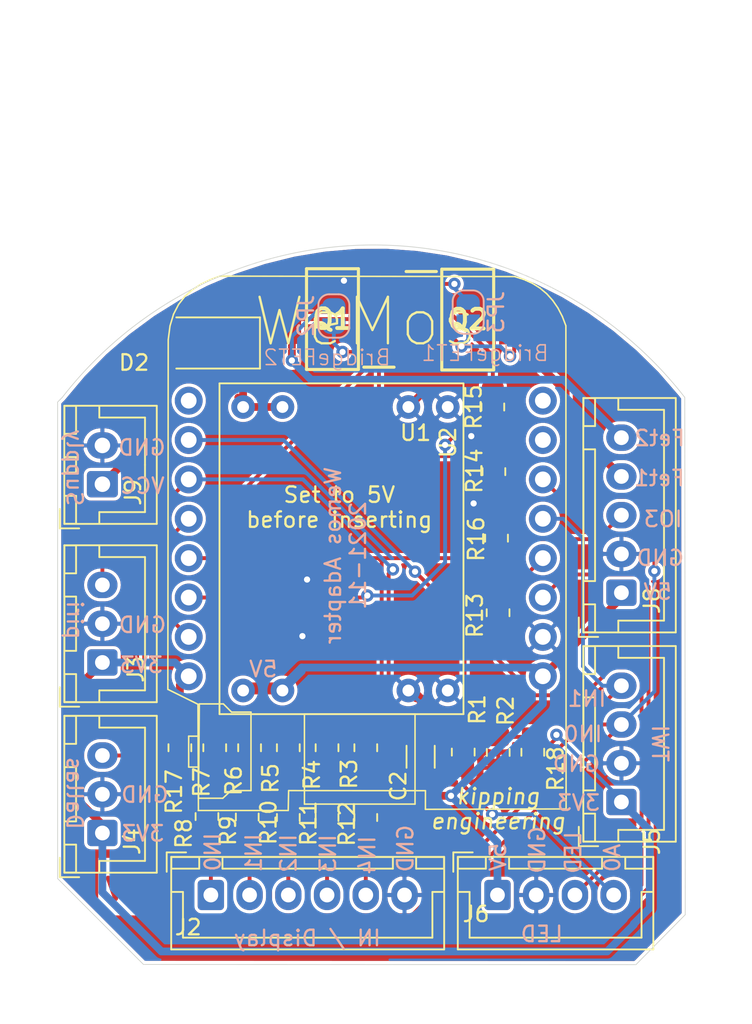
<source format=kicad_pcb>
(kicad_pcb (version 20171130) (host pcbnew "(5.1.9)-1")
  (layers (0 F.Cu signal) (31 B.Cu signal) (34 B.Paste user) (35 F.Paste user) (36 B.SilkS user) (37 F.SilkS user) (38 B.Mask user) (39 F.Mask user) (44 Edge.Cuts user))
  (net 0 "")
  (net 1 GND)
  (net 2 A0)
  (net 3 +5V)
  (net 4 +3V3)
  (net 5 "Net-(J2-Pad5)")
  (net 6 "Net-(J2-Pad4)")
  (net 7 "Net-(J2-Pad3)")
  (net 8 "Net-(J2-Pad2)")
  (net 9 "Net-(J2-Pad1)")
  (net 10 IN_4)
  (net 11 DALLAS)
  (net 12 IN_1)
  (net 13 IN_0)
  (net 14 "Net-(J6-Pad3)")
  (net 15 IN_2)
  (net 16 "Net-(J8-Pad5)")
  (net 17 "Net-(J8-Pad4)")
  (net 18 IN_3)
  (net 19 FET_2)
  (net 20 FET_1)
  (net 21 LED)
  (net 22 "Net-(U1-Pad8)")
  (net 23 "Net-(U1-Pad7)")
  (net 24 "Net-(U1-Pad9)")
  (net 25 "Net-(D2-Pad2)")
  (net 26 "Net-(D2-Pad1)")
  (net 27 "Net-(J6-Pad4)")
  (module Resistor_SMD:R_0805_2012Metric_Pad1.20x1.40mm_HandSolder (layer F.Cu) (at 110.28 107.29 270)
    (fp_text reference R18 (at 1.07 -1.47 90) (layer F.SilkS))
    (fp_text value 4k7)
    (pad 2 smd roundrect (at 1 0 270) (size 1.2 1.4) (layers F.Cu F.Paste F.Mask) (roundrect_rratio 0.208333) (net 4 +3V3))
    (pad 1 smd roundrect (at -1 0 270) (size 1.2 1.4) (layers F.Cu F.Paste F.Mask) (roundrect_rratio 0.208333) (net 2 A0))
  )
  (module MyMouser:SOT230P700X180-4N (layer F.Cu) (at 106.08 79.38)
    (fp_text reference Q2 (at 0 0) (layer F.SilkS) (effects (font (size 1.27 1.27) (thickness 0.254))))
    (fp_text value BUK7880-55A_CUX hide)
    (pad 4 smd rect (at 3 0) (size 1.95 3.2) (layers F.Cu F.Paste F.Mask) (net 17 "Net-(J8-Pad4)"))
    (pad 3 smd rect (at -3 2.3 90) (size 0.9 1.95) (layers F.Cu F.Paste F.Mask) (net 1 GND))
    (pad 2 smd rect (at -3 0 90) (size 0.9 1.95) (layers F.Cu F.Paste F.Mask) (net 17 "Net-(J8-Pad4)"))
    (pad 1 smd rect (at -3 -2.3 90) (size 0.9 1.95) (layers F.Cu F.Paste F.Mask) (net 20 FET_1))
  )
  (module MyMouser:SOT230P700X180-4N (layer F.Cu) (at 97.35 79.35 180)
    (fp_text reference Q1 (at 0 0) (layer F.SilkS) (effects (font (size 1.27 1.27) (thickness 0.254))))
    (fp_text value BUK7880-55A_CUX hide)
    (pad 4 smd rect (at 3 0 180) (size 1.95 3.2) (layers F.Cu F.Paste F.Mask) (net 16 "Net-(J8-Pad5)"))
    (pad 3 smd rect (at -3 2.3 270) (size 0.9 1.95) (layers F.Cu F.Paste F.Mask) (net 1 GND))
    (pad 2 smd rect (at -3 0 270) (size 0.9 1.95) (layers F.Cu F.Paste F.Mask) (net 16 "Net-(J8-Pad5)"))
    (pad 1 smd rect (at -3 -2.3 270) (size 0.9 1.95) (layers F.Cu F.Paste F.Mask) (net 19 FET_2))
  )
  (module Connector_JST:JST_XH_B4B-XH-A_1x04_P2.50mm_Vertical (layer F.Cu) (at 108 116.5)
    (fp_text reference J6 (at -1.38 1.23) (layer F.SilkS))
    (fp_text value LED)
    (pad 4 thru_hole oval (at 7.5 0) (size 1.7 1.95) (drill 0.95) (layers *.Cu *.Mask) (net 27 "Net-(J6-Pad4)"))
    (pad 3 thru_hole oval (at 5 0) (size 1.7 1.95) (drill 0.95) (layers *.Cu *.Mask) (net 14 "Net-(J6-Pad3)"))
    (pad 2 thru_hole oval (at 2.5 0) (size 1.7 1.95) (drill 0.95) (layers *.Cu *.Mask) (net 1 GND))
    (pad 1 thru_hole roundrect (at 0 0) (size 1.7 1.95) (drill 0.95) (layers *.Cu *.Mask) (roundrect_rratio 0.147059) (net 3 +5V))
  )
  (module Resistor_SMD:R_0805_2012Metric_Pad1.20x1.40mm_HandSolder (layer F.Cu) (at 108.05 107.3 270)
    (fp_text reference R2 (at -2.68 -0.48 90) (layer F.SilkS))
    (fp_text value 4k7)
    (pad 2 smd roundrect (at 1 0 270) (size 1.2 1.4) (layers F.Cu F.Paste F.Mask) (roundrect_rratio 0.208333) (net 1 GND))
    (pad 1 smd roundrect (at -1 0 270) (size 1.2 1.4) (layers F.Cu F.Paste F.Mask) (roundrect_rratio 0.208333) (net 2 A0))
  )
  (module Resistor_SMD:R_0805_2012Metric_Pad1.20x1.40mm_HandSolder (layer F.Cu) (at 105.79 107.28 90)
    (fp_text reference R1 (at 2.74 0.91 90) (layer F.SilkS))
    (fp_text value 100k)
    (pad 2 smd roundrect (at 1 0 90) (size 1.2 1.4) (layers F.Cu F.Paste F.Mask) (roundrect_rratio 0.208333) (net 2 A0))
    (pad 1 smd roundrect (at -1 0 90) (size 1.2 1.4) (layers F.Cu F.Paste F.Mask) (roundrect_rratio 0.208333) (net 27 "Net-(J6-Pad4)"))
  )
  (module Jumper:SolderJumper-2_P1.3mm_Open_RoundedPad1.0x1.5mm (layer B.Cu) (at 106.11 78.9 90)
    (fp_text reference JP3 (at 0 1.8 -90) (layer B.SilkS) (effects (justify mirror)))
    (fp_text value Jumper_NO_Small)
    (pad 2 smd custom (at 0.65 0 90) (size 1 0.5) (layers B.Cu B.Mask) (net 20 FET_1) (options (clearance outline) (anchor rect)) (primitives (gr_circle (center 0 -0.25) (end 0.5 -0.25) (width 0)) (gr_circle (center 0 0.25) (end 0.5 0.25) (width 0)) (gr_poly (pts (xy 0 0.75) (xy -0.5 0.75) (xy -0.5 -0.75) (xy 0 -0.75)) (width 0))))
    (pad 1 smd custom (at -0.65 0 90) (size 1 0.5) (layers B.Cu B.Mask) (net 17 "Net-(J8-Pad4)") (options (clearance outline) (anchor rect)) (primitives (gr_circle (center 0 -0.25) (end 0.5 -0.25) (width 0)) (gr_circle (center 0 0.25) (end 0.5 0.25) (width 0)) (gr_poly (pts (xy 0 0.75) (xy 0.5 0.75) (xy 0.5 -0.75) (xy 0 -0.75)) (width 0))))
  )
  (module Jumper:SolderJumper-2_P1.3mm_Open_RoundedPad1.0x1.5mm (layer B.Cu) (at 97.44 79.15 270)
    (fp_text reference JP2 (at 0 1.8 270) (layer B.SilkS) (effects (justify mirror)))
    (fp_text value Jumper_NO_Small)
    (pad 2 smd custom (at 0.65 0 270) (size 1 0.5) (layers B.Cu B.Mask) (net 19 FET_2) (options (clearance outline) (anchor rect)) (primitives (gr_circle (center 0 -0.25) (end 0.5 -0.25) (width 0)) (gr_circle (center 0 0.25) (end 0.5 0.25) (width 0)) (gr_poly (pts (xy 0 0.75) (xy -0.5 0.75) (xy -0.5 -0.75) (xy 0 -0.75)) (width 0))))
    (pad 1 smd custom (at -0.65 0 270) (size 1 0.5) (layers B.Cu B.Mask) (net 16 "Net-(J8-Pad5)") (options (clearance outline) (anchor rect)) (primitives (gr_circle (center 0 -0.25) (end 0.5 -0.25) (width 0)) (gr_circle (center 0 0.25) (end 0.5 0.25) (width 0)) (gr_poly (pts (xy 0 0.75) (xy 0.5 0.75) (xy 0.5 -0.75) (xy 0 -0.75)) (width 0))))
  )
  (module my_parts:DCDC_1A_module (layer F.Cu) (at 99.202 93.148 90)
    (fp_text reference U2 (at 5.838 5.608 90) (layer F.SilkS))
    (fp_text value DCDC_1A_Module)
    (pad 3 thru_hole circle (at 8.128 3.048 90) (size 1.524 1.524) (drill 0.762) (layers *.Cu *.Mask) (net 1 GND))
    (pad 3 thru_hole circle (at 8.128 5.588 90) (size 1.524 1.524) (drill 0.762) (layers *.Cu *.Mask) (net 1 GND))
    (pad 3 thru_hole circle (at -10.16 5.588 90) (size 1.524 1.524) (drill 0.762) (layers *.Cu *.Mask) (net 1 GND))
    (pad 2 thru_hole circle (at -10.16 -5.08 90) (size 1.524 1.524) (drill 0.762) (layers *.Cu *.Mask) (net 3 +5V))
    (pad 1 thru_hole circle (at 8.128 -5.08 90) (size 1.524 1.524) (drill 0.762) (layers *.Cu *.Mask) (net 26 "Net-(D2-Pad1)"))
    (pad 3 thru_hole circle (at -10.16 3.048 90) (size 1.524 1.524) (drill 0.762) (layers *.Cu *.Mask) (net 1 GND))
    (pad 2 thru_hole circle (at -10.16 -7.62 90) (size 1.524 1.524) (drill 0.762) (layers *.Cu *.Mask) (net 3 +5V))
    (pad 1 thru_hole circle (at 8.128 -7.62 90) (size 1.524 1.524) (drill 0.762) (layers *.Cu *.Mask) (net 26 "Net-(D2-Pad1)"))
  )
  (module my_parts:D1_mini_board (layer F.Cu) (at 99.5 93.5)
    (fp_text reference U1 (at 3.21 -6.81) (layer F.SilkS))
    (fp_text value WeMos_mini)
    (fp_text user WeMos (at 0 -13.97) (layer F.SilkS) (effects (font (size 3 3))))
    (pad 8 thru_hole circle (at 11.43 -8.89) (size 1.8 1.8) (drill 1.016) (layers *.Cu *.Mask) (net 22 "Net-(U1-Pad8)"))
    (pad 7 thru_hole circle (at 11.43 -6.35) (size 1.8 1.8) (drill 1.016) (layers *.Cu *.Mask) (net 23 "Net-(U1-Pad7)"))
    (pad 6 thru_hole circle (at 11.43 -3.81) (size 1.8 1.8) (drill 1.016) (layers *.Cu *.Mask) (net 13 IN_0))
    (pad 5 thru_hole circle (at 11.43 -1.27) (size 1.8 1.8) (drill 1.016) (layers *.Cu *.Mask) (net 12 IN_1))
    (pad 4 thru_hole circle (at 11.43 1.27) (size 1.8 1.8) (drill 1.016) (layers *.Cu *.Mask) (net 21 LED))
    (pad 3 thru_hole circle (at 11.43 3.81) (size 1.8 1.8) (drill 1.016) (layers *.Cu *.Mask) (net 11 DALLAS))
    (pad 2 thru_hole circle (at 11.43 6.35) (size 1.8 1.8) (drill 1.016) (layers *.Cu *.Mask) (net 1 GND))
    (pad 1 thru_hole circle (at 11.43 8.89) (size 1.8 1.8) (drill 1.016) (layers *.Cu *.Mask) (net 3 +5V))
    (pad 16 thru_hole circle (at -11.43 8.89) (size 1.8 1.8) (drill 1.016) (layers *.Cu *.Mask) (net 4 +3V3))
    (pad 15 thru_hole circle (at -11.43 6.35) (size 1.8 1.8) (drill 1.016) (layers *.Cu *.Mask) (net 19 FET_2))
    (pad 14 thru_hole circle (at -11.43 3.81) (size 1.8 1.8) (drill 1.016) (layers *.Cu *.Mask) (net 20 FET_1))
    (pad 13 thru_hole circle (at -11.43 1.27) (size 1.8 1.8) (drill 1.016) (layers *.Cu *.Mask) (net 18 IN_3))
    (pad 12 thru_hole circle (at -11.43 -1.27) (size 1.8 1.8) (drill 1.016) (layers *.Cu *.Mask) (net 15 IN_2))
    (pad 11 thru_hole circle (at -11.43 -3.81) (size 1.8 1.8) (drill 1.016) (layers *.Cu *.Mask) (net 10 IN_4))
    (pad 10 thru_hole circle (at -11.43 -6.35) (size 1.8 1.8) (drill 1.016) (layers *.Cu *.Mask) (net 2 A0))
    (pad 9 thru_hole circle (at -11.43 -8.89) (size 1.8 1.8) (drill 1.016) (layers *.Cu *.Mask) (net 24 "Net-(U1-Pad9)"))
  )
  (module Resistor_SMD:R_0805_2012Metric_Pad1.20x1.40mm_HandSolder (layer F.Cu) (at 87.5 107 90)
    (fp_text reference R17 (at -2.84 -0.38 90) (layer F.SilkS))
    (fp_text value 4k7)
    (pad 2 smd roundrect (at 1 0 90) (size 1.2 1.4) (layers F.Cu F.Paste F.Mask) (roundrect_rratio 0.208333) (net 4 +3V3))
    (pad 1 smd roundrect (at -1 0 90) (size 1.2 1.4) (layers F.Cu F.Paste F.Mask) (roundrect_rratio 0.208333) (net 11 DALLAS))
  )
  (module Resistor_SMD:R_0805_2012Metric_Pad1.20x1.40mm_HandSolder (layer F.Cu) (at 107.94 93.48 90)
    (fp_text reference R16 (at -0.06 -1.31 90) (layer F.SilkS))
    (fp_text value 100)
    (pad 2 smd roundrect (at 1 0 90) (size 1.2 1.4) (layers F.Cu F.Paste F.Mask) (roundrect_rratio 0.208333) (net 1 GND))
    (pad 1 smd roundrect (at -1 0 90) (size 1.2 1.4) (layers F.Cu F.Paste F.Mask) (roundrect_rratio 0.208333) (net 18 IN_3))
  )
  (module Resistor_SMD:R_0805_2012Metric_Pad1.20x1.40mm_HandSolder (layer F.Cu) (at 107.7 85.02 270)
    (fp_text reference R15 (at 0 1.24 90) (layer F.SilkS))
    (fp_text value 4k7)
    (pad 2 smd roundrect (at 1 0 270) (size 1.2 1.4) (layers F.Cu F.Paste F.Mask) (roundrect_rratio 0.208333) (net 1 GND))
    (pad 1 smd roundrect (at -1 0 270) (size 1.2 1.4) (layers F.Cu F.Paste F.Mask) (roundrect_rratio 0.208333) (net 20 FET_1))
  )
  (module Resistor_SMD:R_0805_2012Metric_Pad1.20x1.40mm_HandSolder (layer F.Cu) (at 107.77 89.19 270)
    (fp_text reference R14 (at -0.04 1.26 90) (layer F.SilkS))
    (fp_text value 4k7)
    (pad 2 smd roundrect (at 1 0 270) (size 1.2 1.4) (layers F.Cu F.Paste F.Mask) (roundrect_rratio 0.208333) (net 1 GND))
    (pad 1 smd roundrect (at -1 0 270) (size 1.2 1.4) (layers F.Cu F.Paste F.Mask) (roundrect_rratio 0.208333) (net 19 FET_2))
  )
  (module Resistor_SMD:R_0805_2012Metric_Pad1.20x1.40mm_HandSolder (layer F.Cu) (at 108.04 98.29 90)
    (fp_text reference R13 (at -0.18 -1.5 90) (layer F.SilkS))
    (fp_text value 100)
    (pad 2 smd roundrect (at 1 0 90) (size 1.2 1.4) (layers F.Cu F.Paste F.Mask) (roundrect_rratio 0.208333) (net 21 LED))
    (pad 1 smd roundrect (at -1 0 90) (size 1.2 1.4) (layers F.Cu F.Paste F.Mask) (roundrect_rratio 0.208333) (net 14 "Net-(J6-Pad3)"))
  )
  (module Resistor_SMD:R_0805_2012Metric_Pad1.20x1.40mm_HandSolder (layer F.Cu) (at 99.5 111.5 90)
    (fp_text reference R12 (at -0.41 -1.22 90) (layer F.SilkS))
    (fp_text value 1k)
    (pad 2 smd roundrect (at 1 0 90) (size 1.2 1.4) (layers F.Cu F.Paste F.Mask) (roundrect_rratio 0.208333) (net 10 IN_4))
    (pad 1 smd roundrect (at -1 0 90) (size 1.2 1.4) (layers F.Cu F.Paste F.Mask) (roundrect_rratio 0.208333) (net 5 "Net-(J2-Pad5)"))
  )
  (module Resistor_SMD:R_0805_2012Metric_Pad1.20x1.40mm_HandSolder (layer F.Cu) (at 97 111.5 90)
    (fp_text reference R11 (at -0.38 -1.2 90) (layer F.SilkS))
    (fp_text value 1k)
    (pad 2 smd roundrect (at 1 0 90) (size 1.2 1.4) (layers F.Cu F.Paste F.Mask) (roundrect_rratio 0.208333) (net 18 IN_3))
    (pad 1 smd roundrect (at -1 0 90) (size 1.2 1.4) (layers F.Cu F.Paste F.Mask) (roundrect_rratio 0.208333) (net 6 "Net-(J2-Pad4)"))
  )
  (module Resistor_SMD:R_0805_2012Metric_Pad1.20x1.40mm_HandSolder (layer F.Cu) (at 94.5 111.5 90)
    (fp_text reference R10 (at -0.32 -1.28 90) (layer F.SilkS))
    (fp_text value 1k)
    (pad 2 smd roundrect (at 1 0 90) (size 1.2 1.4) (layers F.Cu F.Paste F.Mask) (roundrect_rratio 0.208333) (net 15 IN_2))
    (pad 1 smd roundrect (at -1 0 90) (size 1.2 1.4) (layers F.Cu F.Paste F.Mask) (roundrect_rratio 0.208333) (net 7 "Net-(J2-Pad3)"))
  )
  (module Resistor_SMD:R_0805_2012Metric_Pad1.20x1.40mm_HandSolder (layer F.Cu) (at 91.85 111.47 90)
    (fp_text reference R9 (at -0.88 -1.24 90) (layer F.SilkS))
    (fp_text value 1k)
    (pad 2 smd roundrect (at 1 0 90) (size 1.2 1.4) (layers F.Cu F.Paste F.Mask) (roundrect_rratio 0.208333) (net 12 IN_1))
    (pad 1 smd roundrect (at -1 0 90) (size 1.2 1.4) (layers F.Cu F.Paste F.Mask) (roundrect_rratio 0.208333) (net 8 "Net-(J2-Pad2)"))
  )
  (module Resistor_SMD:R_0805_2012Metric_Pad1.20x1.40mm_HandSolder (layer F.Cu) (at 89.25 111.44 90)
    (fp_text reference R8 (at -1.09 -1.5 90) (layer F.SilkS))
    (fp_text value 1k)
    (pad 2 smd roundrect (at 1 0 90) (size 1.2 1.4) (layers F.Cu F.Paste F.Mask) (roundrect_rratio 0.208333) (net 13 IN_0))
    (pad 1 smd roundrect (at -1 0 90) (size 1.2 1.4) (layers F.Cu F.Paste F.Mask) (roundrect_rratio 0.208333) (net 9 "Net-(J2-Pad1)"))
  )
  (module Resistor_SMD:R_0805_2012Metric_Pad1.20x1.40mm_HandSolder (layer F.Cu) (at 89.75 107 270)
    (fp_text reference R7 (at 2.225 0.85 90) (layer F.SilkS))
    (fp_text value 4k7)
    (pad 2 smd roundrect (at 1 0 270) (size 1.2 1.4) (layers F.Cu F.Paste F.Mask) (roundrect_rratio 0.208333) (net 9 "Net-(J2-Pad1)"))
    (pad 1 smd roundrect (at -1 0 270) (size 1.2 1.4) (layers F.Cu F.Paste F.Mask) (roundrect_rratio 0.208333) (net 4 +3V3))
  )
  (module Resistor_SMD:R_0805_2012Metric_Pad1.20x1.40mm_HandSolder (layer F.Cu) (at 92 107 270)
    (fp_text reference R6 (at 2.125 1.025 90) (layer F.SilkS))
    (fp_text value 4k7)
    (pad 2 smd roundrect (at 1 0 270) (size 1.2 1.4) (layers F.Cu F.Paste F.Mask) (roundrect_rratio 0.208333) (net 8 "Net-(J2-Pad2)"))
    (pad 1 smd roundrect (at -1 0 270) (size 1.2 1.4) (layers F.Cu F.Paste F.Mask) (roundrect_rratio 0.208333) (net 4 +3V3))
  )
  (module Resistor_SMD:R_0805_2012Metric_Pad1.20x1.40mm_HandSolder (layer F.Cu) (at 94.5 107 270)
    (fp_text reference R5 (at 1.975 1.15 90) (layer F.SilkS))
    (fp_text value 4k7)
    (pad 2 smd roundrect (at 1 0 270) (size 1.2 1.4) (layers F.Cu F.Paste F.Mask) (roundrect_rratio 0.208333) (net 7 "Net-(J2-Pad3)"))
    (pad 1 smd roundrect (at -1 0 270) (size 1.2 1.4) (layers F.Cu F.Paste F.Mask) (roundrect_rratio 0.208333) (net 4 +3V3))
  )
  (module Resistor_SMD:R_0805_2012Metric_Pad1.20x1.40mm_HandSolder (layer F.Cu) (at 97 107 270)
    (fp_text reference R4 (at 1.75 0.975 90) (layer F.SilkS))
    (fp_text value 4k7)
    (pad 2 smd roundrect (at 1 0 270) (size 1.2 1.4) (layers F.Cu F.Paste F.Mask) (roundrect_rratio 0.208333) (net 6 "Net-(J2-Pad4)"))
    (pad 1 smd roundrect (at -1 0 270) (size 1.2 1.4) (layers F.Cu F.Paste F.Mask) (roundrect_rratio 0.208333) (net 4 +3V3))
  )
  (module Resistor_SMD:R_0805_2012Metric_Pad1.20x1.40mm_HandSolder (layer F.Cu) (at 99.5 107 270)
    (fp_text reference R3 (at 1.7 1.075 90) (layer F.SilkS))
    (fp_text value 4k7)
    (pad 2 smd roundrect (at 1 0 270) (size 1.2 1.4) (layers F.Cu F.Paste F.Mask) (roundrect_rratio 0.208333) (net 5 "Net-(J2-Pad5)"))
    (pad 1 smd roundrect (at -1 0 270) (size 1.2 1.4) (layers F.Cu F.Paste F.Mask) (roundrect_rratio 0.208333) (net 4 +3V3))
  )
  (module Connector_JST:JST_XH_B2B-XH-A_1x02_P2.50mm_Vertical (layer F.Cu) (at 82.5 90 90)
    (fp_text reference J9 (at -0.52 1.98 90) (layer F.SilkS))
    (fp_text value POWER)
    (pad 2 thru_hole oval (at 2.5 0 90) (size 1.7 2) (drill 1) (layers *.Cu *.Mask) (net 1 GND))
    (pad 1 thru_hole roundrect (at 0 0 90) (size 1.7 2) (drill 1) (layers *.Cu *.Mask) (roundrect_rratio 0.147059) (net 25 "Net-(D2-Pad2)"))
  )
  (module Connector_JST:JST_XH_B5B-XH-A_1x05_P2.50mm_Vertical (layer F.Cu) (at 116 97 90)
    (fp_text reference J8 (at -0.51 1.97 90) (layer F.SilkS))
    (fp_text value OUT_FET)
    (pad 5 thru_hole oval (at 10 0 90) (size 1.7 1.95) (drill 0.95) (layers *.Cu *.Mask) (net 16 "Net-(J8-Pad5)"))
    (pad 4 thru_hole oval (at 7.5 0 90) (size 1.7 1.95) (drill 0.95) (layers *.Cu *.Mask) (net 17 "Net-(J8-Pad4)"))
    (pad 3 thru_hole oval (at 5 0 90) (size 1.7 1.95) (drill 0.95) (layers *.Cu *.Mask) (net 18 IN_3))
    (pad 2 thru_hole oval (at 2.5 0 90) (size 1.7 1.95) (drill 0.95) (layers *.Cu *.Mask) (net 1 GND))
    (pad 1 thru_hole roundrect (at 0 0 90) (size 1.7 1.95) (drill 0.95) (layers *.Cu *.Mask) (roundrect_rratio 0.147059) (net 3 +5V))
  )
  (module Connector_JST:JST_XH_B4B-XH-A_1x04_P2.50mm_Vertical (layer F.Cu) (at 116 110.5 90)
    (fp_text reference J5 (at -2.56 1.97 90) (layer F.SilkS))
    (fp_text value TWI)
    (pad 4 thru_hole oval (at 7.5 0 90) (size 1.7 1.95) (drill 0.95) (layers *.Cu *.Mask) (net 12 IN_1))
    (pad 3 thru_hole oval (at 5 0 90) (size 1.7 1.95) (drill 0.95) (layers *.Cu *.Mask) (net 13 IN_0))
    (pad 2 thru_hole oval (at 2.5 0 90) (size 1.7 1.95) (drill 0.95) (layers *.Cu *.Mask) (net 1 GND))
    (pad 1 thru_hole roundrect (at 0 0 90) (size 1.7 1.95) (drill 0.95) (layers *.Cu *.Mask) (roundrect_rratio 0.147059) (net 4 +3V3))
  )
  (module Connector_JST:JST_XH_B3B-XH-A_1x03_P2.50mm_Vertical (layer F.Cu) (at 82.5 112.5 90)
    (fp_text reference J4 (at -0.55 1.92 90) (layer F.SilkS))
    (fp_text value Dallas)
    (pad 3 thru_hole oval (at 5 0 90) (size 1.7 1.95) (drill 0.95) (layers *.Cu *.Mask) (net 11 DALLAS))
    (pad 2 thru_hole oval (at 2.5 0 90) (size 1.7 1.95) (drill 0.95) (layers *.Cu *.Mask) (net 1 GND))
    (pad 1 thru_hole roundrect (at 0 0 90) (size 1.7 1.95) (drill 0.95) (layers *.Cu *.Mask) (roundrect_rratio 0.147059) (net 4 +3V3))
  )
  (module Connector_JST:JST_XH_B3B-XH-A_1x03_P2.50mm_Vertical (layer F.Cu) (at 82.5 101.5 90)
    (fp_text reference J3 (at -0.44 2.15 90) (layer F.SilkS))
    (fp_text value IN4_PIRI)
    (pad 3 thru_hole oval (at 5 0 90) (size 1.7 1.95) (drill 0.95) (layers *.Cu *.Mask) (net 10 IN_4))
    (pad 2 thru_hole oval (at 2.5 0 90) (size 1.7 1.95) (drill 0.95) (layers *.Cu *.Mask) (net 1 GND))
    (pad 1 thru_hole roundrect (at 0 0 90) (size 1.7 1.95) (drill 0.95) (layers *.Cu *.Mask) (roundrect_rratio 0.147059) (net 4 +3V3))
  )
  (module Connector_JST:JST_XH_B6B-XH-A_1x06_P2.50mm_Vertical (layer F.Cu) (at 89.5 116.5)
    (fp_text reference J2 (at -1.46 2.08) (layer F.SilkS))
    (fp_text value IN_0-4)
    (pad 6 thru_hole oval (at 12.5 0) (size 1.7 1.95) (drill 0.95) (layers *.Cu *.Mask) (net 1 GND))
    (pad 5 thru_hole oval (at 10 0) (size 1.7 1.95) (drill 0.95) (layers *.Cu *.Mask) (net 5 "Net-(J2-Pad5)"))
    (pad 4 thru_hole oval (at 7.5 0) (size 1.7 1.95) (drill 0.95) (layers *.Cu *.Mask) (net 6 "Net-(J2-Pad4)"))
    (pad 3 thru_hole oval (at 5 0) (size 1.7 1.95) (drill 0.95) (layers *.Cu *.Mask) (net 7 "Net-(J2-Pad3)"))
    (pad 2 thru_hole oval (at 2.5 0) (size 1.7 1.95) (drill 0.95) (layers *.Cu *.Mask) (net 8 "Net-(J2-Pad2)"))
    (pad 1 thru_hole roundrect (at 0 0) (size 1.7 1.95) (drill 0.95) (layers *.Cu *.Mask) (roundrect_rratio 0.147059) (net 9 "Net-(J2-Pad1)"))
  )
  (module Diode_SMD:D_SMA (layer F.Cu) (at 89.27 80.89 180)
    (fp_text reference D2 (at 4.73 -1.27) (layer F.SilkS))
    (fp_text value US1G)
    (pad 2 smd rect (at 2 0 180) (size 2.5 1.8) (layers F.Cu F.Paste F.Mask) (net 25 "Net-(D2-Pad2)"))
    (pad 1 smd rect (at -2 0 180) (size 2.5 1.8) (layers F.Cu F.Paste F.Mask) (net 26 "Net-(D2-Pad1)"))
  )
  (module Capacitor_SMD:C_1206_3216Metric_Pad1.33x1.80mm_HandSolder (layer F.Cu) (at 103.04 107.5825 90)
    (fp_text reference C2 (at -1.8925 -1.44 90) (layer F.SilkS))
    (fp_text value 1µ)
    (pad 2 smd roundrect (at 1.5625 0 90) (size 1.325 1.8) (layers F.Cu F.Paste F.Mask) (roundrect_rratio 0.188679) (net 1 GND))
    (pad 1 smd roundrect (at -1.5625 0 90) (size 1.325 1.8) (layers F.Cu F.Paste F.Mask) (roundrect_rratio 0.188679) (net 3 +5V))
  )
  (gr_text BridgeFET1 (at 107.2 81.55) (layer B.SilkS) (effects (font (size 1 1) (thickness 0.1)) (justify mirror)))
  (gr_text BridgeFET2 (at 97 81.825) (layer B.SilkS) (effects (font (size 1 1) (thickness 0.1)) (justify mirror)))
  (gr_text A0 (at 115.41 114.11 90) (layer B.SilkS) (effects (font (size 1 1)) (justify mirror)))
  (gr_text LED (at 112.89 113.77 90) (layer B.SilkS) (effects (font (size 1 1)) (justify mirror)))
  (gr_line (start 120.12 115.98) (end 120.12 117.77) (layer Edge.Cuts) (width 0.05))
  (gr_line (start 116.94 120.99) (end 120.12 117.77) (layer Edge.Cuts) (width 0.05))
  (gr_text "Wemos Adapter\n2021-11" (at 98.19 94.6 90) (layer B.SilkS) (effects (font (size 1 1)) (justify mirror)))
  (gr_text "Set to 5V\nbefore inserting" (at 97.79 91.49) (layer F.SilkS) (effects (font (size 1 1))))
  (gr_text " IN0" (at 89.63 113.35 90) (layer B.SilkS) (effects (font (size 1 1)) (justify mirror)))
  (gr_text " IN1" (at 92.27 113.4 90) (layer B.SilkS) (effects (font (size 1 1)) (justify mirror)))
  (gr_text " IN2" (at 94.51 113.43 90) (layer B.SilkS) (effects (font (size 1 1)) (justify mirror)))
  (gr_text " IN3" (at 97.06 113.45 90) (layer B.SilkS) (effects (font (size 1 1)) (justify mirror)))
  (gr_text " IN4" (at 99.6 113.55 90) (layer B.SilkS) (effects (font (size 1 1)) (justify mirror)))
  (gr_text v2 (at 84.3 115.825) (layer F.Cu) (effects (font (size 2 2) (thickness 0.3))))
  (gr_text "kipping\nengineering" (at 108.06 110.94) (layer F.SilkS) (effects (font (size 1 1) (thickness 0.15) italic)))
  (gr_text IN1 (at 113.77 103.84) (layer B.SilkS) (effects (font (size 1 1)) (justify mirror)))
  (gr_text IO3 (at 118.69 92.25) (layer B.SilkS) (effects (font (size 1 1)) (justify mirror)))
  (gr_text Fet2 (at 118.47 87.03) (layer B.SilkS) (effects (font (size 1 1)) (justify mirror)))
  (gr_text Fet1 (at 118.45 89.61) (layer B.SilkS) (effects (font (size 1 1)) (justify mirror)))
  (gr_text 3V3 (at 85.01 101.66) (layer B.SilkS) (effects (font (size 1 1)) (justify mirror)))
  (gr_text 3V3 (at 85.1 112.53) (layer B.SilkS) (effects (font (size 1 1)) (justify mirror)))
  (gr_text 3V3 (at 113.23 110.55) (layer B.SilkS) (effects (font (size 1 1)) (justify mirror)))
  (gr_text TWI (at 118.49 106.72 -90) (layer B.SilkS) (effects (font (size 1 1)) (justify mirror)))
  (gr_text LED (at 110.86 119.02) (layer B.SilkS) (effects (font (size 1 1)) (justify mirror)))
  (gr_text "IN / Display" (at 95.72 119.28) (layer B.SilkS) (effects (font (size 1 1)) (justify mirror)))
  (gr_text Dallas (at 80.7 109.93 -90) (layer B.SilkS) (effects (font (size 1 1)) (justify mirror)))
  (gr_text piri (at 80.72 98.76 -90) (layer B.SilkS) (effects (font (size 1 1)) (justify mirror)))
  (gr_text Supply (at 80.7 88.93 270) (layer B.SilkS) (effects (font (size 1 1)) (justify mirror)))
  (gr_text VCC (at 85.08 90.11) (layer B.SilkS) (effects (font (size 1 1)) (justify mirror)))
  (gr_text GND (at 113.1 108.04) (layer B.SilkS) (effects (font (size 1 1)) (justify mirror)))
  (gr_text GND (at 118.51 94.76) (layer B.SilkS) (effects (font (size 1 1)) (justify mirror)))
  (gr_text GND (at 85.05 87.64) (layer B.SilkS) (effects (font (size 1 1)) (justify mirror)))
  (gr_text GND (at 85.09 99.08) (layer B.SilkS) (effects (font (size 1 1)) (justify mirror)))
  (gr_text GND (at 85.24 110.03) (layer B.SilkS) (effects (font (size 1 1)) (justify mirror)))
  (gr_text GND (at 102.06 113.5 90) (layer B.SilkS) (effects (font (size 1 1)) (justify mirror)))
  (gr_text GND (at 110.57 113.59 90) (layer B.SilkS) (effects (font (size 1 1)) (justify mirror)))
  (gr_text IN0 (at 113.52 106.12) (layer B.SilkS) (effects (font (size 1 1)) (justify mirror)))
  (gr_text 5V (at 108.04 114.05 90) (layer B.SilkS) (effects (font (size 1 1)) (justify mirror)))
  (gr_text 5V (at 92.88 101.93) (layer B.SilkS) (effects (font (size 1 1)) (justify mirror)))
  (gr_text 5V (at 118.34 96.94) (layer B.SilkS) (effects (font (size 1 1)) (justify mirror)))
  (gr_line (start 85.15 120.98) (end 116.94 120.99) (layer Edge.Cuts) (width 0.05))
  (gr_line (start 79.61 115.44) (end 85.15 120.98) (layer Edge.Cuts) (width 0.05))
  (gr_line (start 79.61 84.7) (end 79.61 115.44) (layer Edge.Cuts) (width 0.05))
  (gr_line (start 79.905018 84.406416) (end 79.61 84.7) (layer Edge.Cuts) (width 0.05))
  (gr_arc (start 100 100.01) (end 120.089999 84.400001) (angle -104.323632) (layer Edge.Cuts) (width 0.05))
  (gr_line (start 120.089999 84.400001) (end 120.12 115.98) (layer Edge.Cuts) (width 0.05))
  (segment (start 103.04 103.8) (end 102.28 103.04) (width 0.5) (layer F.Cu) (net 1))
  (segment (start 103.04 106.02) (end 103.04 103.8) (width 0.5) (layer F.Cu) (net 1))
  (via (at 98.09 76.87) (size 0.8) (drill 0.4) (layers F.Cu B.Cu) (net 1))
  (segment (start 98.27 77.05) (end 98.09 76.87) (width 0.5) (layer F.Cu) (net 1))
  (segment (start 100.35 77.05) (end 98.27 77.05) (width 0.5) (layer F.Cu) (net 1))
  (segment (start 102.742 103.8) (end 102.25 103.308) (width 0.5) (layer F.Cu) (net 1))
  (segment (start 103.04 103.8) (end 102.742 103.8) (width 0.5) (layer F.Cu) (net 1))
  (via (at 106.31 86.9) (size 0.8) (drill 0.4) (layers F.Cu B.Cu) (net 1))
  (segment (start 107.19 86.02) (end 106.31 86.9) (width 0.25) (layer F.Cu) (net 1))
  (segment (start 107.7 86.02) (end 107.19 86.02) (width 0.25) (layer F.Cu) (net 1))
  (segment (start 107.77 92.31) (end 107.94 92.48) (width 0.25) (layer F.Cu) (net 1))
  (segment (start 107.77 90.19) (end 107.77 92.31) (width 0.25) (layer F.Cu) (net 1))
  (via (at 106.46 91.24) (size 0.8) (drill 0.4) (layers F.Cu B.Cu) (net 1))
  (segment (start 107.51 90.19) (end 106.46 91.24) (width 0.25) (layer F.Cu) (net 1))
  (segment (start 107.77 90.19) (end 107.51 90.19) (width 0.25) (layer F.Cu) (net 1))
  (segment (start 103.08 84.19) (end 102.25 85.02) (width 0.5) (layer F.Cu) (net 1))
  (segment (start 103.08 81.68) (end 103.08 84.19) (width 0.5) (layer F.Cu) (net 1))
  (via (at 95.41 99.8) (size 0.8) (drill 0.4) (layers F.Cu B.Cu) (net 1))
  (via (at 95.71 96.15) (size 0.8) (drill 0.4) (layers F.Cu B.Cu) (net 1))
  (segment (start 105.877001 98.837001) (end 102.68 95.64) (width 0.25) (layer F.Cu) (net 2))
  (segment (start 105.877001 106.192999) (end 105.877001 98.837001) (width 0.25) (layer F.Cu) (net 2))
  (via (at 102.68 95.64) (size 0.8) (drill 0.4) (layers F.Cu B.Cu) (net 2))
  (segment (start 105.79 106.28) (end 105.877001 106.192999) (width 0.25) (layer F.Cu) (net 2))
  (segment (start 94.19 87.15) (end 88.07 87.15) (width 0.25) (layer B.Cu) (net 2))
  (segment (start 102.68 95.64) (end 94.19 87.15) (width 0.25) (layer B.Cu) (net 2))
  (segment (start 108.57 106.28) (end 108.6 106.25) (width 0.25) (layer F.Cu) (net 2))
  (segment (start 108.03 106.28) (end 108.05 106.3) (width 0.25) (layer F.Cu) (net 2))
  (segment (start 105.79 106.28) (end 108.03 106.28) (width 0.25) (layer F.Cu) (net 2))
  (segment (start 110.27 106.3) (end 110.28 106.29) (width 0.25) (layer F.Cu) (net 2))
  (segment (start 108.05 106.3) (end 110.27 106.3) (width 0.25) (layer F.Cu) (net 2))
  (segment (start 91.612 103.04) (end 94.152 103.04) (width 0.5) (layer F.Cu) (net 3))
  (segment (start 116 97.32) (end 116 97) (width 0.5) (layer F.Cu) (net 3))
  (segment (start 110.93 102.39) (end 116 97.32) (width 0.5) (layer F.Cu) (net 3))
  (segment (start 110.367999 101.827999) (end 110.93 102.39) (width 0.5) (layer B.Cu) (net 3))
  (segment (start 95.364001 101.827999) (end 110.367999 101.827999) (width 0.5) (layer B.Cu) (net 3))
  (segment (start 94.152 103.04) (end 95.364001 101.827999) (width 0.5) (layer B.Cu) (net 3))
  (segment (start 91.582 103.308) (end 94.122 103.308) (width 0.5) (layer F.Cu) (net 3))
  (segment (start 95.364001 102.065999) (end 94.122 103.308) (width 0.5) (layer B.Cu) (net 3))
  (segment (start 95.364001 101.827999) (end 95.364001 102.065999) (width 0.5) (layer B.Cu) (net 3))
  (via (at 105 110.1) (size 0.8) (drill 0.4) (layers F.Cu B.Cu) (net 3))
  (segment (start 110.93 104.17) (end 105 110.1) (width 0.5) (layer B.Cu) (net 3))
  (segment (start 110.93 102.39) (end 110.93 104.17) (width 0.5) (layer B.Cu) (net 3))
  (segment (start 103.995 110.1) (end 103.04 109.145) (width 0.5) (layer F.Cu) (net 3))
  (segment (start 105 110.1) (end 103.995 110.1) (width 0.5) (layer F.Cu) (net 3))
  (segment (start 108 113.1) (end 105 110.1) (width 0.5) (layer B.Cu) (net 3))
  (segment (start 108 116.5) (end 108 113.1) (width 0.5) (layer B.Cu) (net 3))
  (segment (start 87.5 106) (end 89.75 106) (width 0.25) (layer F.Cu) (net 4))
  (segment (start 89.75 106) (end 92 106) (width 0.25) (layer F.Cu) (net 4))
  (segment (start 92 106) (end 94.5 106) (width 0.25) (layer F.Cu) (net 4))
  (segment (start 94.5 106) (end 97 106) (width 0.25) (layer F.Cu) (net 4))
  (segment (start 97 106) (end 99.5 106) (width 0.25) (layer F.Cu) (net 4))
  (segment (start 87.18 101.5) (end 88.07 102.39) (width 0.5) (layer B.Cu) (net 4))
  (segment (start 82.5 101.5) (end 87.18 101.5) (width 0.5) (layer B.Cu) (net 4))
  (segment (start 87.5 102.96) (end 88.07 102.39) (width 0.5) (layer F.Cu) (net 4))
  (segment (start 87.5 106) (end 87.5 102.96) (width 0.5) (layer F.Cu) (net 4))
  (segment (start 81.07499 110.538481) (end 81.07499 102.92501) (width 0.5) (layer F.Cu) (net 4))
  (segment (start 82.5 111.963491) (end 81.07499 110.538481) (width 0.5) (layer F.Cu) (net 4))
  (segment (start 81.07499 102.92501) (end 82.5 101.5) (width 0.5) (layer F.Cu) (net 4))
  (segment (start 82.5 112.5) (end 82.5 111.963491) (width 0.5) (layer F.Cu) (net 4))
  (segment (start 117.83 112.33) (end 116 110.5) (width 0.5) (layer B.Cu) (net 4))
  (segment (start 117.83 117.33) (end 117.83 112.33) (width 0.5) (layer B.Cu) (net 4))
  (segment (start 116.80001 118.41999) (end 116.80001 118.35999) (width 0.5) (layer B.Cu) (net 4))
  (segment (start 86.31 120.14) (end 115.08 120.14) (width 0.5) (layer B.Cu) (net 4))
  (segment (start 116.80001 118.35999) (end 117.83 117.33) (width 0.5) (layer B.Cu) (net 4))
  (segment (start 82.5 116.33) (end 86.31 120.14) (width 0.5) (layer B.Cu) (net 4))
  (segment (start 115.08 120.14) (end 116.80001 118.41999) (width 0.5) (layer B.Cu) (net 4))
  (segment (start 82.5 112.5) (end 82.5 116.33) (width 0.5) (layer B.Cu) (net 4))
  (segment (start 111.807347 106.375843) (end 111.807347 106.167347) (width 0.25) (layer F.Cu) (net 4))
  (via (at 111.807347 106.167347) (size 0.8) (drill 0.4) (layers F.Cu B.Cu) (net 4))
  (segment (start 110.28 107.90319) (end 111.807347 106.375843) (width 0.25) (layer F.Cu) (net 4))
  (segment (start 110.28 108.29) (end 110.28 107.90319) (width 0.25) (layer F.Cu) (net 4))
  (segment (start 116 110.36) (end 116 110.5) (width 0.25) (layer B.Cu) (net 4))
  (segment (start 111.807347 106.167347) (end 116 110.36) (width 0.25) (layer B.Cu) (net 4))
  (segment (start 99.5 112.5) (end 99.5 116.5) (width 0.25) (layer F.Cu) (net 5))
  (segment (start 98.47499 111.47499) (end 99.5 112.5) (width 0.25) (layer F.Cu) (net 5))
  (segment (start 98.47499 109.02501) (end 98.47499 111.47499) (width 0.25) (layer F.Cu) (net 5))
  (segment (start 99.5 108) (end 98.47499 109.02501) (width 0.25) (layer F.Cu) (net 5))
  (segment (start 97 112.5) (end 97 116.5) (width 0.25) (layer F.Cu) (net 6))
  (segment (start 95.97499 111.47499) (end 97 112.5) (width 0.25) (layer F.Cu) (net 6))
  (segment (start 95.97499 109.02501) (end 95.97499 111.47499) (width 0.25) (layer F.Cu) (net 6))
  (segment (start 97 108) (end 95.97499 109.02501) (width 0.25) (layer F.Cu) (net 6))
  (segment (start 94.5 112.5) (end 94.5 116.5) (width 0.25) (layer F.Cu) (net 7))
  (segment (start 93.47499 111.47499) (end 94.5 112.5) (width 0.25) (layer F.Cu) (net 7))
  (segment (start 93.47499 109.02501) (end 93.47499 111.47499) (width 0.25) (layer F.Cu) (net 7))
  (segment (start 94.5 108) (end 93.47499 109.02501) (width 0.25) (layer F.Cu) (net 7))
  (segment (start 92 108) (end 90.97499 109.02501) (width 0.25) (layer F.Cu) (net 8))
  (segment (start 90.72502 109.24498) (end 90.72502 111.78498) (width 0.25) (layer F.Cu) (net 8))
  (segment (start 90.94499 109.02501) (end 90.72502 109.24498) (width 0.25) (layer F.Cu) (net 8))
  (segment (start 90.97499 109.02501) (end 90.94499 109.02501) (width 0.25) (layer F.Cu) (net 8))
  (segment (start 91.16498 111.78498) (end 91.85 112.47) (width 0.25) (layer F.Cu) (net 8))
  (segment (start 90.72502 111.78498) (end 91.16498 111.78498) (width 0.25) (layer F.Cu) (net 8))
  (segment (start 91.85 113.05) (end 92 113.2) (width 0.25) (layer F.Cu) (net 8))
  (segment (start 91.85 112.47) (end 91.85 113.05) (width 0.25) (layer F.Cu) (net 8))
  (segment (start 92 113.2) (end 92 116.5) (width 0.25) (layer F.Cu) (net 8))
  (segment (start 92 112.5) (end 92 113.2) (width 0.25) (layer F.Cu) (net 8))
  (segment (start 89.5 112.69) (end 89.25 112.44) (width 0.25) (layer F.Cu) (net 9))
  (segment (start 89.5 116.5) (end 89.5 112.69) (width 0.25) (layer F.Cu) (net 9))
  (segment (start 90.27501 108.52501) (end 89.75 108) (width 0.25) (layer F.Cu) (net 9))
  (segment (start 90.27501 111.41499) (end 90.27501 108.52501) (width 0.25) (layer F.Cu) (net 9))
  (segment (start 89.25 112.44) (end 90.27501 111.41499) (width 0.25) (layer F.Cu) (net 9))
  (segment (start 100.97502 95.76999) (end 101.25001 95.495) (width 0.25) (layer F.Cu) (net 10))
  (via (at 101.25001 95.495) (size 0.8) (drill 0.4) (layers F.Cu B.Cu) (net 10))
  (segment (start 100.97502 109.02498) (end 100.97502 95.76999) (width 0.25) (layer F.Cu) (net 10))
  (segment (start 99.5 110.5) (end 100.97502 109.02498) (width 0.25) (layer F.Cu) (net 10))
  (segment (start 95.44501 89.69) (end 88.07 89.69) (width 0.25) (layer B.Cu) (net 10))
  (segment (start 101.25001 95.495) (end 95.44501 89.69) (width 0.25) (layer B.Cu) (net 10))
  (segment (start 82.5 95.26) (end 82.5 96.5) (width 0.25) (layer F.Cu) (net 10))
  (segment (start 88.07 89.69) (end 82.5 95.26) (width 0.25) (layer F.Cu) (net 10))
  (segment (start 87 107.5) (end 87.5 108) (width 0.25) (layer F.Cu) (net 11))
  (segment (start 82.5 107.5) (end 87 107.5) (width 0.25) (layer F.Cu) (net 11))
  (segment (start 112.41501 95.82499) (end 110.93 97.31) (width 0.25) (layer F.Cu) (net 11))
  (segment (start 117.750019 96.611829) (end 116.96318 95.82499) (width 0.25) (layer F.Cu) (net 11))
  (segment (start 116.96318 95.82499) (end 112.41501 95.82499) (width 0.25) (layer F.Cu) (net 11))
  (segment (start 115.086685 118.70003) (end 117.750019 116.036696) (width 0.25) (layer F.Cu) (net 11))
  (segment (start 88.92543 118.70003) (end 115.086685 118.70003) (width 0.25) (layer F.Cu) (net 11))
  (segment (start 117.750019 116.036696) (end 117.750019 96.611829) (width 0.25) (layer F.Cu) (net 11))
  (segment (start 87.06999 108.43001) (end 87.06999 116.84459) (width 0.25) (layer F.Cu) (net 11))
  (segment (start 87.06999 116.84459) (end 88.92543 118.70003) (width 0.25) (layer F.Cu) (net 11))
  (segment (start 87.5 108) (end 87.06999 108.43001) (width 0.25) (layer F.Cu) (net 11))
  (segment (start 94.013295 117.80001) (end 102.486705 117.80001) (width 0.25) (layer F.Cu) (net 12))
  (segment (start 93.32499 117.111705) (end 94.013295 117.80001) (width 0.25) (layer F.Cu) (net 12))
  (segment (start 93.32499 115.888295) (end 93.32499 117.111705) (width 0.25) (layer F.Cu) (net 12))
  (segment (start 93.02498 115.588285) (end 93.32499 115.888295) (width 0.25) (layer F.Cu) (net 12))
  (segment (start 93.02498 111.64498) (end 93.02498 115.588285) (width 0.25) (layer F.Cu) (net 12))
  (segment (start 102.486705 117.80001) (end 111.71 108.576715) (width 0.25) (layer F.Cu) (net 12))
  (segment (start 91.85 110.47) (end 93.02498 111.64498) (width 0.25) (layer F.Cu) (net 12))
  (segment (start 111.71 107.29) (end 116 103) (width 0.25) (layer F.Cu) (net 12))
  (segment (start 111.71 108.576715) (end 111.71 107.29) (width 0.25) (layer F.Cu) (net 12))
  (segment (start 114.775 103) (end 113.52 101.745) (width 0.25) (layer B.Cu) (net 12))
  (segment (start 116 103) (end 114.775 103) (width 0.25) (layer B.Cu) (net 12))
  (segment (start 113.52 101.745) (end 113.52 93.5) (width 0.25) (layer B.Cu) (net 12))
  (segment (start 112.25 92.23) (end 110.93 92.23) (width 0.25) (layer B.Cu) (net 12))
  (segment (start 113.52 93.5) (end 112.25 92.23) (width 0.25) (layer B.Cu) (net 12))
  (segment (start 89.25 110.44) (end 87.52 112.17) (width 0.25) (layer F.Cu) (net 13))
  (segment (start 116 105.5) (end 114.786715 105.5) (width 0.25) (layer F.Cu) (net 13))
  (segment (start 87.52 115.62) (end 87.52 115.96) (width 0.25) (layer F.Cu) (net 13))
  (segment (start 87.52 112.17) (end 87.52 115.62) (width 0.25) (layer F.Cu) (net 13))
  (via (at 118.13 95.6) (size 0.8) (drill 0.4) (layers F.Cu B.Cu) (net 13))
  (segment (start 118.13 92.343285) (end 118.13 95.6) (width 0.25) (layer F.Cu) (net 13))
  (segment (start 116.611705 90.82499) (end 118.13 92.343285) (width 0.25) (layer F.Cu) (net 13))
  (segment (start 112.06499 90.82499) (end 116.611705 90.82499) (width 0.25) (layer F.Cu) (net 13))
  (segment (start 110.93 89.69) (end 112.06499 90.82499) (width 0.25) (layer F.Cu) (net 13))
  (segment (start 118.13 103.37) (end 116 105.5) (width 0.25) (layer B.Cu) (net 13))
  (segment (start 118.13 95.6) (end 118.13 103.37) (width 0.25) (layer B.Cu) (net 13))
  (segment (start 87.52 116.65819) (end 87.52 115.62) (width 0.25) (layer F.Cu) (net 13))
  (segment (start 89.11183 118.25002) (end 87.52 116.65819) (width 0.25) (layer F.Cu) (net 13))
  (segment (start 103.24998 118.25002) (end 89.11183 118.25002) (width 0.25) (layer F.Cu) (net 13))
  (segment (start 116 105.5) (end 103.24998 118.25002) (width 0.25) (layer F.Cu) (net 13))
  (segment (start 117.30001 102.513295) (end 117.30001 112.19999) (width 0.25) (layer F.Cu) (net 14))
  (segment (start 116.611705 101.82499) (end 117.30001 102.513295) (width 0.25) (layer F.Cu) (net 14))
  (segment (start 115.388295 101.82499) (end 116.611705 101.82499) (width 0.25) (layer F.Cu) (net 14))
  (segment (start 117.30001 112.19999) (end 113 116.5) (width 0.25) (layer F.Cu) (net 14))
  (segment (start 113.598284 103.615001) (end 115.388295 101.82499) (width 0.25) (layer F.Cu) (net 14))
  (segment (start 110.341999 103.615001) (end 113.598284 103.615001) (width 0.25) (layer F.Cu) (net 14))
  (segment (start 108.04 101.313002) (end 110.341999 103.615001) (width 0.25) (layer F.Cu) (net 14))
  (segment (start 108.04 99.29) (end 108.04 101.313002) (width 0.25) (layer F.Cu) (net 14))
  (segment (start 95.52501 108.58818) (end 94.5 109.61319) (width 0.25) (layer F.Cu) (net 15))
  (segment (start 95.52501 107.41182) (end 95.52501 108.58818) (width 0.25) (layer F.Cu) (net 15))
  (segment (start 95.0382 106.92501) (end 95.52501 107.41182) (width 0.25) (layer F.Cu) (net 15))
  (segment (start 86.81182 106.92501) (end 95.0382 106.92501) (width 0.25) (layer F.Cu) (net 15))
  (segment (start 85.2 105.31319) (end 86.81182 106.92501) (width 0.25) (layer F.Cu) (net 15))
  (segment (start 94.5 109.61319) (end 94.5 110.5) (width 0.25) (layer F.Cu) (net 15))
  (segment (start 85.2 94.92) (end 85.2 105.31319) (width 0.25) (layer F.Cu) (net 15))
  (segment (start 85.33 94.97) (end 85.25 94.97) (width 0.25) (layer F.Cu) (net 15))
  (segment (start 85.25 94.97) (end 85.2 94.92) (width 0.25) (layer F.Cu) (net 15))
  (segment (start 88.07 92.23) (end 85.33 94.97) (width 0.25) (layer F.Cu) (net 15))
  (via (at 94.73 82.02) (size 0.8) (drill 0.4) (layers F.Cu B.Cu) (net 16))
  (segment (start 95.969999 83.259999) (end 94.73 82.02) (width 0.5) (layer B.Cu) (net 16))
  (segment (start 112.259999 83.259999) (end 95.969999 83.259999) (width 0.5) (layer B.Cu) (net 16))
  (segment (start 116 87) (end 112.259999 83.259999) (width 0.5) (layer B.Cu) (net 16))
  (segment (start 94.73 79.73) (end 94.35 79.35) (width 0.5) (layer F.Cu) (net 16))
  (segment (start 94.73 82.02) (end 94.73 79.73) (width 0.5) (layer F.Cu) (net 16))
  (segment (start 100.35 79.35) (end 94.35 79.35) (width 0.25) (layer F.Cu) (net 16))
  (segment (start 94.73 80.462408) (end 94.73 82.02) (width 0.25) (layer B.Cu) (net 16))
  (segment (start 96.692408 78.5) (end 94.73 80.462408) (width 0.25) (layer B.Cu) (net 16))
  (segment (start 97.44 78.5) (end 96.692408 78.5) (width 0.25) (layer B.Cu) (net 16))
  (segment (start 109.08 80.697466) (end 109.08 79.38) (width 0.5) (layer F.Cu) (net 17))
  (segment (start 112.40001 84.017476) (end 109.08 80.697466) (width 0.5) (layer F.Cu) (net 17))
  (segment (start 112.40001 85.90001) (end 112.40001 84.017476) (width 0.5) (layer F.Cu) (net 17))
  (segment (start 116 89.5) (end 112.40001 85.90001) (width 0.5) (layer F.Cu) (net 17))
  (via (at 105.68 81.11) (size 0.8) (drill 0.4) (layers F.Cu B.Cu) (net 17))
  (segment (start 106.11 80.68) (end 105.68 81.11) (width 0.25) (layer B.Cu) (net 17))
  (segment (start 106.11 79.55) (end 106.11 80.68) (width 0.25) (layer B.Cu) (net 17))
  (segment (start 103.95 79.38) (end 103.08 79.38) (width 0.25) (layer F.Cu) (net 17))
  (segment (start 105.68 81.11) (end 103.95 79.38) (width 0.25) (layer F.Cu) (net 17))
  (via (at 108.81 81.74) (size 0.8) (drill 0.4) (layers F.Cu B.Cu) (net 17))
  (segment (start 109.08 81.47) (end 108.81 81.74) (width 0.25) (layer F.Cu) (net 17))
  (segment (start 109.08 79.38) (end 109.08 81.47) (width 0.25) (layer F.Cu) (net 17))
  (segment (start 108.18 81.11) (end 105.68 81.11) (width 0.25) (layer B.Cu) (net 17))
  (segment (start 108.81 81.74) (end 108.18 81.11) (width 0.25) (layer B.Cu) (net 17))
  (segment (start 107.65 94.77) (end 107.94 94.48) (width 0.25) (layer F.Cu) (net 18))
  (segment (start 100.52501 106.58818) (end 100.52501 94.97501) (width 0.25) (layer F.Cu) (net 18))
  (segment (start 98.81182 106.92501) (end 100.18818 106.92501) (width 0.25) (layer F.Cu) (net 18))
  (segment (start 98.47499 107.26184) (end 98.81182 106.92501) (width 0.25) (layer F.Cu) (net 18))
  (segment (start 100.18818 106.92501) (end 100.52501 106.58818) (width 0.25) (layer F.Cu) (net 18))
  (segment (start 98.47499 108.1382) (end 98.47499 107.26184) (width 0.25) (layer F.Cu) (net 18))
  (segment (start 97 109.61319) (end 98.47499 108.1382) (width 0.25) (layer F.Cu) (net 18))
  (segment (start 100.52501 94.97501) (end 100.32 94.77) (width 0.25) (layer F.Cu) (net 18))
  (segment (start 97 110.5) (end 97 109.61319) (width 0.25) (layer F.Cu) (net 18))
  (segment (start 100.32 94.77) (end 107.65 94.77) (width 0.25) (layer F.Cu) (net 18))
  (segment (start 88.07 94.77) (end 100.32 94.77) (width 0.25) (layer F.Cu) (net 18))
  (segment (start 114.455001 93.544999) (end 116 92) (width 0.25) (layer F.Cu) (net 18))
  (segment (start 108.875001 93.544999) (end 114.455001 93.544999) (width 0.25) (layer F.Cu) (net 18))
  (segment (start 107.94 94.48) (end 108.875001 93.544999) (width 0.25) (layer F.Cu) (net 18))
  (via (at 98 81.47) (size 0.8) (drill 0.4) (layers F.Cu B.Cu) (net 19))
  (segment (start 97.44 80.91) (end 98 81.47) (width 0.25) (layer B.Cu) (net 19))
  (segment (start 97.44 79.8) (end 97.44 80.91) (width 0.25) (layer B.Cu) (net 19))
  (segment (start 100.17 81.47) (end 100.35 81.65) (width 0.25) (layer F.Cu) (net 19))
  (segment (start 98 81.47) (end 100.17 81.47) (width 0.25) (layer F.Cu) (net 19))
  (segment (start 91.305 90.808002) (end 91.305 90.695) (width 0.25) (layer F.Cu) (net 19))
  (segment (start 87.571997 93.455001) (end 88.658001 93.455001) (width 0.25) (layer F.Cu) (net 19))
  (segment (start 86.844999 94.181999) (end 87.571997 93.455001) (width 0.25) (layer F.Cu) (net 19))
  (segment (start 88.658001 93.455001) (end 91.305 90.808002) (width 0.25) (layer F.Cu) (net 19))
  (segment (start 86.844999 98.624999) (end 86.844999 94.181999) (width 0.25) (layer F.Cu) (net 19))
  (segment (start 88.07 99.85) (end 86.844999 98.624999) (width 0.25) (layer F.Cu) (net 19))
  (segment (start 91.305 90.695) (end 100.35 81.65) (width 0.25) (layer F.Cu) (net 19))
  (segment (start 100.35 84.430762) (end 100.35 81.65) (width 0.25) (layer F.Cu) (net 19))
  (segment (start 100.35 85.47) (end 100.35 84.430762) (width 0.25) (layer F.Cu) (net 19))
  (segment (start 103.07 88.19) (end 100.35 85.47) (width 0.25) (layer F.Cu) (net 19))
  (segment (start 107.77 88.19) (end 103.07 88.19) (width 0.25) (layer F.Cu) (net 19))
  (segment (start 107.7 81.7) (end 103.08 77.08) (width 0.25) (layer F.Cu) (net 20))
  (segment (start 107.7 84.02) (end 107.7 81.7) (width 0.25) (layer F.Cu) (net 20))
  (via (at 105.22 77.08) (size 0.8) (drill 0.4) (layers F.Cu B.Cu) (net 20))
  (segment (start 103.08 77.08) (end 105.22 77.08) (width 0.25) (layer F.Cu) (net 20))
  (segment (start 105.22 77.36) (end 106.11 78.25) (width 0.25) (layer B.Cu) (net 20))
  (segment (start 105.22 77.08) (end 105.22 77.36) (width 0.25) (layer B.Cu) (net 20))
  (via (at 99.6 97.18) (size 0.8) (drill 0.4) (layers F.Cu B.Cu) (net 20))
  (segment (start 99.47 97.31) (end 99.6 97.18) (width 0.25) (layer F.Cu) (net 20))
  (segment (start 88.07 97.31) (end 99.47 97.31) (width 0.25) (layer F.Cu) (net 20))
  (via (at 104.62 87.465) (size 0.8) (drill 0.4) (layers F.Cu B.Cu) (net 20))
  (segment (start 107.7 84.385) (end 107.7 84.02) (width 0.25) (layer F.Cu) (net 20))
  (segment (start 104.62 87.465) (end 107.7 84.385) (width 0.25) (layer F.Cu) (net 20))
  (segment (start 104.62 94.05) (end 104.62 87.465) (width 0.25) (layer B.Cu) (net 20))
  (segment (start 104.62 95.05) (end 104.62 94.05) (width 0.25) (layer B.Cu) (net 20))
  (segment (start 102.49 97.18) (end 104.62 95.05) (width 0.25) (layer B.Cu) (net 20))
  (segment (start 99.6 97.18) (end 102.49 97.18) (width 0.25) (layer B.Cu) (net 20))
  (segment (start 108.41 97.29) (end 110.93 94.77) (width 0.25) (layer F.Cu) (net 21))
  (segment (start 108.04 97.29) (end 108.41 97.29) (width 0.25) (layer F.Cu) (net 21))
  (segment (start 83.95001 84.20999) (end 87.27 80.89) (width 0.5) (layer F.Cu) (net 25))
  (segment (start 83.95001 88.54999) (end 83.95001 84.20999) (width 0.5) (layer F.Cu) (net 25))
  (segment (start 82.5 90) (end 83.95001 88.54999) (width 0.5) (layer F.Cu) (net 25))
  (segment (start 91.27 84.41) (end 91.612 84.752) (width 0.5) (layer F.Cu) (net 26))
  (segment (start 91.582 81.202) (end 91.27 80.89) (width 0.5) (layer F.Cu) (net 26))
  (segment (start 91.582 85.02) (end 91.582 81.202) (width 0.5) (layer F.Cu) (net 26))
  (segment (start 91.582 85.02) (end 94.122 85.02) (width 0.5) (layer F.Cu) (net 26))
  (segment (start 105.79 108.28) (end 105.79 109.42) (width 0.25) (layer F.Cu) (net 27))
  (segment (start 105.79 109.42) (end 107.66 111.29) (width 0.25) (layer F.Cu) (net 27))
  (segment (start 107.66 111.29) (end 110.29 111.29) (width 0.25) (layer B.Cu) (net 27))
  (segment (start 110.29 111.29) (end 115.5 116.5) (width 0.25) (layer B.Cu) (net 27))
  (via (at 107.66 111.29) (size 0.8) (drill 0.4) (layers F.Cu B.Cu) (net 27))
  (zone (net 1) (net_name GND) (layer F.Cu) (connect_pads (clearance 0.208)) (min_thickness 0.154) (fill yes (arc_segments 32) (thermal_gap 0.254) (thermal_bridge_width 0.254))
    (polygon (pts (xy 124.27 71.87) (xy 124.44 124.2) (xy 75.89 124.85) (xy 76.38 71.85)))
  )
  (zone (net 1) (net_name GND) (layer B.Cu) (connect_pads (clearance 0.208)) (min_thickness 0.154) (fill yes (arc_segments 32) (thermal_gap 0.254) (thermal_bridge_width 0.254))
    (polygon (pts (xy 124.27 71.85) (xy 124.44 124.18) (xy 75.89 124.83) (xy 76.38 71.83)))
  )
)
</source>
